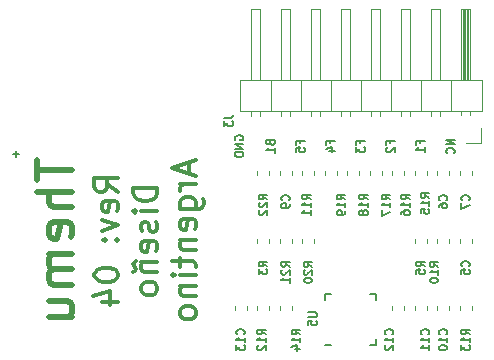
<source format=gbr>
%TF.GenerationSoftware,KiCad,Pcbnew,(5.1.9)-1*%
%TF.CreationDate,2021-06-05T13:50:50-03:00*%
%TF.ProjectId,Themu-Main,5468656d-752d-44d6-9169-6e2e6b696361,02*%
%TF.SameCoordinates,Original*%
%TF.FileFunction,Legend,Bot*%
%TF.FilePolarity,Positive*%
%FSLAX46Y46*%
G04 Gerber Fmt 4.6, Leading zero omitted, Abs format (unit mm)*
G04 Created by KiCad (PCBNEW (5.1.9)-1) date 2021-06-05 13:50:50*
%MOMM*%
%LPD*%
G01*
G04 APERTURE LIST*
%ADD10C,0.500000*%
%ADD11C,0.300000*%
%ADD12C,0.152400*%
%ADD13C,0.120000*%
%ADD14C,0.150000*%
G04 APERTURE END LIST*
D10*
X50681142Y-83312857D02*
X50681142Y-85027142D01*
X53681142Y-84170000D02*
X50681142Y-84170000D01*
X53681142Y-86027142D02*
X50681142Y-86027142D01*
X53681142Y-87312857D02*
X52109714Y-87312857D01*
X51824000Y-87170000D01*
X51681142Y-86884285D01*
X51681142Y-86455714D01*
X51824000Y-86170000D01*
X51966857Y-86027142D01*
X53538285Y-89884285D02*
X53681142Y-89598571D01*
X53681142Y-89027142D01*
X53538285Y-88741428D01*
X53252571Y-88598571D01*
X52109714Y-88598571D01*
X51824000Y-88741428D01*
X51681142Y-89027142D01*
X51681142Y-89598571D01*
X51824000Y-89884285D01*
X52109714Y-90027142D01*
X52395428Y-90027142D01*
X52681142Y-88598571D01*
X53681142Y-91312857D02*
X51681142Y-91312857D01*
X51966857Y-91312857D02*
X51824000Y-91455714D01*
X51681142Y-91741428D01*
X51681142Y-92170000D01*
X51824000Y-92455714D01*
X52109714Y-92598571D01*
X53681142Y-92598571D01*
X52109714Y-92598571D02*
X51824000Y-92741428D01*
X51681142Y-93027142D01*
X51681142Y-93455714D01*
X51824000Y-93741428D01*
X52109714Y-93884285D01*
X53681142Y-93884285D01*
X51681142Y-96598571D02*
X53681142Y-96598571D01*
X51681142Y-95312857D02*
X53252571Y-95312857D01*
X53538285Y-95455714D01*
X53681142Y-95741428D01*
X53681142Y-96170000D01*
X53538285Y-96455714D01*
X53395428Y-96598571D01*
D11*
X57548761Y-86027142D02*
X56596380Y-85360476D01*
X57548761Y-84884285D02*
X55548761Y-84884285D01*
X55548761Y-85646190D01*
X55644000Y-85836666D01*
X55739238Y-85931904D01*
X55929714Y-86027142D01*
X56215428Y-86027142D01*
X56405904Y-85931904D01*
X56501142Y-85836666D01*
X56596380Y-85646190D01*
X56596380Y-84884285D01*
X57453523Y-87646190D02*
X57548761Y-87455714D01*
X57548761Y-87074761D01*
X57453523Y-86884285D01*
X57263047Y-86789047D01*
X56501142Y-86789047D01*
X56310666Y-86884285D01*
X56215428Y-87074761D01*
X56215428Y-87455714D01*
X56310666Y-87646190D01*
X56501142Y-87741428D01*
X56691619Y-87741428D01*
X56882095Y-86789047D01*
X56215428Y-88408095D02*
X57548761Y-88884285D01*
X56215428Y-89360476D01*
X57358285Y-90122380D02*
X57453523Y-90217619D01*
X57548761Y-90122380D01*
X57453523Y-90027142D01*
X57358285Y-90122380D01*
X57548761Y-90122380D01*
X56310666Y-90122380D02*
X56405904Y-90217619D01*
X56501142Y-90122380D01*
X56405904Y-90027142D01*
X56310666Y-90122380D01*
X56501142Y-90122380D01*
X55548761Y-92979523D02*
X55548761Y-93170000D01*
X55644000Y-93360476D01*
X55739238Y-93455714D01*
X55929714Y-93550952D01*
X56310666Y-93646190D01*
X56786857Y-93646190D01*
X57167809Y-93550952D01*
X57358285Y-93455714D01*
X57453523Y-93360476D01*
X57548761Y-93170000D01*
X57548761Y-92979523D01*
X57453523Y-92789047D01*
X57358285Y-92693809D01*
X57167809Y-92598571D01*
X56786857Y-92503333D01*
X56310666Y-92503333D01*
X55929714Y-92598571D01*
X55739238Y-92693809D01*
X55644000Y-92789047D01*
X55548761Y-92979523D01*
X56215428Y-95360476D02*
X57548761Y-95360476D01*
X55453523Y-94884285D02*
X56882095Y-94408095D01*
X56882095Y-95646190D01*
X60848761Y-85693809D02*
X58848761Y-85693809D01*
X58848761Y-86170000D01*
X58944000Y-86455714D01*
X59134476Y-86646190D01*
X59324952Y-86741428D01*
X59705904Y-86836666D01*
X59991619Y-86836666D01*
X60372571Y-86741428D01*
X60563047Y-86646190D01*
X60753523Y-86455714D01*
X60848761Y-86170000D01*
X60848761Y-85693809D01*
X60848761Y-87693809D02*
X59515428Y-87693809D01*
X58848761Y-87693809D02*
X58944000Y-87598571D01*
X59039238Y-87693809D01*
X58944000Y-87789047D01*
X58848761Y-87693809D01*
X59039238Y-87693809D01*
X60753523Y-88550952D02*
X60848761Y-88741428D01*
X60848761Y-89122380D01*
X60753523Y-89312857D01*
X60563047Y-89408095D01*
X60467809Y-89408095D01*
X60277333Y-89312857D01*
X60182095Y-89122380D01*
X60182095Y-88836666D01*
X60086857Y-88646190D01*
X59896380Y-88550952D01*
X59801142Y-88550952D01*
X59610666Y-88646190D01*
X59515428Y-88836666D01*
X59515428Y-89122380D01*
X59610666Y-89312857D01*
X60753523Y-91027142D02*
X60848761Y-90836666D01*
X60848761Y-90455714D01*
X60753523Y-90265238D01*
X60563047Y-90170000D01*
X59801142Y-90170000D01*
X59610666Y-90265238D01*
X59515428Y-90455714D01*
X59515428Y-90836666D01*
X59610666Y-91027142D01*
X59801142Y-91122380D01*
X59991619Y-91122380D01*
X60182095Y-90170000D01*
X59515428Y-91979523D02*
X60848761Y-91979523D01*
X59705904Y-91979523D02*
X59610666Y-92074761D01*
X59515428Y-92265238D01*
X59515428Y-92550952D01*
X59610666Y-92741428D01*
X59801142Y-92836666D01*
X60848761Y-92836666D01*
X59039238Y-91884285D02*
X58944000Y-91979523D01*
X58848761Y-92170000D01*
X59039238Y-92550952D01*
X58944000Y-92741428D01*
X58848761Y-92836666D01*
X60848761Y-94074761D02*
X60753523Y-93884285D01*
X60658285Y-93789047D01*
X60467809Y-93693809D01*
X59896380Y-93693809D01*
X59705904Y-93789047D01*
X59610666Y-93884285D01*
X59515428Y-94074761D01*
X59515428Y-94360476D01*
X59610666Y-94550952D01*
X59705904Y-94646190D01*
X59896380Y-94741428D01*
X60467809Y-94741428D01*
X60658285Y-94646190D01*
X60753523Y-94550952D01*
X60848761Y-94360476D01*
X60848761Y-94074761D01*
X63577333Y-83550952D02*
X63577333Y-84503333D01*
X64148761Y-83360476D02*
X62148761Y-84027142D01*
X64148761Y-84693809D01*
X64148761Y-85360476D02*
X62815428Y-85360476D01*
X63196380Y-85360476D02*
X63005904Y-85455714D01*
X62910666Y-85550952D01*
X62815428Y-85741428D01*
X62815428Y-85931904D01*
X62815428Y-87455714D02*
X64434476Y-87455714D01*
X64624952Y-87360476D01*
X64720190Y-87265238D01*
X64815428Y-87074761D01*
X64815428Y-86789047D01*
X64720190Y-86598571D01*
X64053523Y-87455714D02*
X64148761Y-87265238D01*
X64148761Y-86884285D01*
X64053523Y-86693809D01*
X63958285Y-86598571D01*
X63767809Y-86503333D01*
X63196380Y-86503333D01*
X63005904Y-86598571D01*
X62910666Y-86693809D01*
X62815428Y-86884285D01*
X62815428Y-87265238D01*
X62910666Y-87455714D01*
X64053523Y-89170000D02*
X64148761Y-88979523D01*
X64148761Y-88598571D01*
X64053523Y-88408095D01*
X63863047Y-88312857D01*
X63101142Y-88312857D01*
X62910666Y-88408095D01*
X62815428Y-88598571D01*
X62815428Y-88979523D01*
X62910666Y-89170000D01*
X63101142Y-89265238D01*
X63291619Y-89265238D01*
X63482095Y-88312857D01*
X62815428Y-90122380D02*
X64148761Y-90122380D01*
X63005904Y-90122380D02*
X62910666Y-90217619D01*
X62815428Y-90408095D01*
X62815428Y-90693809D01*
X62910666Y-90884285D01*
X63101142Y-90979523D01*
X64148761Y-90979523D01*
X62815428Y-91646190D02*
X62815428Y-92408095D01*
X62148761Y-91931904D02*
X63863047Y-91931904D01*
X64053523Y-92027142D01*
X64148761Y-92217619D01*
X64148761Y-92408095D01*
X64148761Y-93074761D02*
X62815428Y-93074761D01*
X62148761Y-93074761D02*
X62244000Y-92979523D01*
X62339238Y-93074761D01*
X62244000Y-93170000D01*
X62148761Y-93074761D01*
X62339238Y-93074761D01*
X62815428Y-94027142D02*
X64148761Y-94027142D01*
X63005904Y-94027142D02*
X62910666Y-94122380D01*
X62815428Y-94312857D01*
X62815428Y-94598571D01*
X62910666Y-94789047D01*
X63101142Y-94884285D01*
X64148761Y-94884285D01*
X64148761Y-96122380D02*
X64053523Y-95931904D01*
X63958285Y-95836666D01*
X63767809Y-95741428D01*
X63196380Y-95741428D01*
X63005904Y-95836666D01*
X62910666Y-95931904D01*
X62815428Y-96122380D01*
X62815428Y-96408095D01*
X62910666Y-96598571D01*
X63005904Y-96693809D01*
X63196380Y-96789047D01*
X63767809Y-96789047D01*
X63958285Y-96693809D01*
X64053523Y-96598571D01*
X64148761Y-96408095D01*
X64148761Y-96122380D01*
D12*
X49161666Y-82854000D02*
X48628333Y-82854000D01*
X48895000Y-83120666D02*
X48895000Y-82587333D01*
X86041666Y-81619000D02*
X85341666Y-81619000D01*
X86041666Y-82019000D01*
X85341666Y-82019000D01*
X85975000Y-82752333D02*
X86008333Y-82719000D01*
X86041666Y-82619000D01*
X86041666Y-82552333D01*
X86008333Y-82452333D01*
X85941666Y-82385666D01*
X85875000Y-82352333D01*
X85741666Y-82319000D01*
X85641666Y-82319000D01*
X85508333Y-82352333D01*
X85441666Y-82385666D01*
X85375000Y-82452333D01*
X85341666Y-82552333D01*
X85341666Y-82619000D01*
X85375000Y-82719000D01*
X85408333Y-82752333D01*
X70435000Y-81885666D02*
X70468333Y-81985666D01*
X70501666Y-82019000D01*
X70568333Y-82052333D01*
X70668333Y-82052333D01*
X70735000Y-82019000D01*
X70768333Y-81985666D01*
X70801666Y-81919000D01*
X70801666Y-81652333D01*
X70101666Y-81652333D01*
X70101666Y-81885666D01*
X70135000Y-81952333D01*
X70168333Y-81985666D01*
X70235000Y-82019000D01*
X70301666Y-82019000D01*
X70368333Y-81985666D01*
X70401666Y-81952333D01*
X70435000Y-81885666D01*
X70435000Y-81652333D01*
X70801666Y-82719000D02*
X70801666Y-82319000D01*
X70801666Y-82519000D02*
X70101666Y-82519000D01*
X70201666Y-82452333D01*
X70268333Y-82385666D01*
X70301666Y-82319000D01*
X72975000Y-81935666D02*
X72975000Y-81702333D01*
X73341666Y-81702333D02*
X72641666Y-81702333D01*
X72641666Y-82035666D01*
X72641666Y-82635666D02*
X72641666Y-82302333D01*
X72975000Y-82269000D01*
X72941666Y-82302333D01*
X72908333Y-82369000D01*
X72908333Y-82535666D01*
X72941666Y-82602333D01*
X72975000Y-82635666D01*
X73041666Y-82669000D01*
X73208333Y-82669000D01*
X73275000Y-82635666D01*
X73308333Y-82602333D01*
X73341666Y-82535666D01*
X73341666Y-82369000D01*
X73308333Y-82302333D01*
X73275000Y-82269000D01*
X75515000Y-81935666D02*
X75515000Y-81702333D01*
X75881666Y-81702333D02*
X75181666Y-81702333D01*
X75181666Y-82035666D01*
X75415000Y-82602333D02*
X75881666Y-82602333D01*
X75148333Y-82435666D02*
X75648333Y-82269000D01*
X75648333Y-82702333D01*
X78055000Y-81935666D02*
X78055000Y-81702333D01*
X78421666Y-81702333D02*
X77721666Y-81702333D01*
X77721666Y-82035666D01*
X77721666Y-82235666D02*
X77721666Y-82669000D01*
X77988333Y-82435666D01*
X77988333Y-82535666D01*
X78021666Y-82602333D01*
X78055000Y-82635666D01*
X78121666Y-82669000D01*
X78288333Y-82669000D01*
X78355000Y-82635666D01*
X78388333Y-82602333D01*
X78421666Y-82535666D01*
X78421666Y-82335666D01*
X78388333Y-82269000D01*
X78355000Y-82235666D01*
X80595000Y-81935666D02*
X80595000Y-81702333D01*
X80961666Y-81702333D02*
X80261666Y-81702333D01*
X80261666Y-82035666D01*
X80328333Y-82269000D02*
X80295000Y-82302333D01*
X80261666Y-82369000D01*
X80261666Y-82535666D01*
X80295000Y-82602333D01*
X80328333Y-82635666D01*
X80395000Y-82669000D01*
X80461666Y-82669000D01*
X80561666Y-82635666D01*
X80961666Y-82235666D01*
X80961666Y-82669000D01*
X83135000Y-81935666D02*
X83135000Y-81702333D01*
X83501666Y-81702333D02*
X82801666Y-81702333D01*
X82801666Y-82035666D01*
X83501666Y-82669000D02*
X83501666Y-82269000D01*
X83501666Y-82469000D02*
X82801666Y-82469000D01*
X82901666Y-82402333D01*
X82968333Y-82335666D01*
X83001666Y-82269000D01*
X67468000Y-81635666D02*
X67434666Y-81569000D01*
X67434666Y-81469000D01*
X67468000Y-81369000D01*
X67534666Y-81302333D01*
X67601333Y-81269000D01*
X67734666Y-81235666D01*
X67834666Y-81235666D01*
X67968000Y-81269000D01*
X68034666Y-81302333D01*
X68101333Y-81369000D01*
X68134666Y-81469000D01*
X68134666Y-81535666D01*
X68101333Y-81635666D01*
X68068000Y-81669000D01*
X67834666Y-81669000D01*
X67834666Y-81535666D01*
X68134666Y-81969000D02*
X67434666Y-81969000D01*
X68134666Y-82369000D01*
X67434666Y-82369000D01*
X68134666Y-82702333D02*
X67434666Y-82702333D01*
X67434666Y-82869000D01*
X67468000Y-82969000D01*
X67534666Y-83035666D01*
X67601333Y-83069000D01*
X67734666Y-83102333D01*
X67834666Y-83102333D01*
X67968000Y-83069000D01*
X68034666Y-83035666D01*
X68101333Y-82969000D01*
X68134666Y-82869000D01*
X68134666Y-82702333D01*
D13*
%TO.C,R21*%
X72265000Y-89998733D02*
X72265000Y-90341267D01*
X71245000Y-89998733D02*
X71245000Y-90341267D01*
%TO.C,R20*%
X74170000Y-89998733D02*
X74170000Y-90341267D01*
X73150000Y-89998733D02*
X73150000Y-90341267D01*
%TO.C,R3*%
X70360000Y-89998733D02*
X70360000Y-90341267D01*
X69340000Y-89998733D02*
X69340000Y-90341267D01*
%TO.C,C5*%
X86485000Y-89998733D02*
X86485000Y-90341267D01*
X87505000Y-89998733D02*
X87505000Y-90341267D01*
%TO.C,C6*%
X85600000Y-84626267D02*
X85600000Y-84283733D01*
X84580000Y-84626267D02*
X84580000Y-84283733D01*
%TO.C,C7*%
X86485000Y-84626267D02*
X86485000Y-84283733D01*
X87505000Y-84626267D02*
X87505000Y-84283733D01*
%TO.C,C9*%
X72265000Y-84626267D02*
X72265000Y-84283733D01*
X71245000Y-84626267D02*
X71245000Y-84283733D01*
%TO.C,C10*%
X85600000Y-95713733D02*
X85600000Y-96056267D01*
X84580000Y-95713733D02*
X84580000Y-96056267D01*
%TO.C,C11*%
X82675000Y-95713733D02*
X82675000Y-96056267D01*
X83695000Y-95713733D02*
X83695000Y-96056267D01*
%TO.C,C12*%
X81790000Y-95713733D02*
X81790000Y-96056267D01*
X80770000Y-95713733D02*
X80770000Y-96056267D01*
%TO.C,C13*%
X67435000Y-96056267D02*
X67435000Y-95713733D01*
X68455000Y-96056267D02*
X68455000Y-95713733D01*
%TO.C,J3*%
X88325000Y-79205000D02*
X67885000Y-79205000D01*
X67885000Y-79205000D02*
X67885000Y-76545000D01*
X67885000Y-76545000D02*
X88325000Y-76545000D01*
X88325000Y-76545000D02*
X88325000Y-79205000D01*
X87375000Y-76545000D02*
X87375000Y-70545000D01*
X87375000Y-70545000D02*
X86615000Y-70545000D01*
X86615000Y-70545000D02*
X86615000Y-76545000D01*
X87315000Y-76545000D02*
X87315000Y-70545000D01*
X87195000Y-76545000D02*
X87195000Y-70545000D01*
X87075000Y-76545000D02*
X87075000Y-70545000D01*
X86955000Y-76545000D02*
X86955000Y-70545000D01*
X86835000Y-76545000D02*
X86835000Y-70545000D01*
X86715000Y-76545000D02*
X86715000Y-70545000D01*
X87375000Y-79535000D02*
X87375000Y-79205000D01*
X86615000Y-79535000D02*
X86615000Y-79205000D01*
X85725000Y-79205000D02*
X85725000Y-76545000D01*
X84835000Y-76545000D02*
X84835000Y-70545000D01*
X84835000Y-70545000D02*
X84075000Y-70545000D01*
X84075000Y-70545000D02*
X84075000Y-76545000D01*
X84835000Y-79602071D02*
X84835000Y-79205000D01*
X84075000Y-79602071D02*
X84075000Y-79205000D01*
X83185000Y-79205000D02*
X83185000Y-76545000D01*
X82295000Y-76545000D02*
X82295000Y-70545000D01*
X82295000Y-70545000D02*
X81535000Y-70545000D01*
X81535000Y-70545000D02*
X81535000Y-76545000D01*
X82295000Y-79602071D02*
X82295000Y-79205000D01*
X81535000Y-79602071D02*
X81535000Y-79205000D01*
X80645000Y-79205000D02*
X80645000Y-76545000D01*
X79755000Y-76545000D02*
X79755000Y-70545000D01*
X79755000Y-70545000D02*
X78995000Y-70545000D01*
X78995000Y-70545000D02*
X78995000Y-76545000D01*
X79755000Y-79602071D02*
X79755000Y-79205000D01*
X78995000Y-79602071D02*
X78995000Y-79205000D01*
X78105000Y-79205000D02*
X78105000Y-76545000D01*
X77215000Y-76545000D02*
X77215000Y-70545000D01*
X77215000Y-70545000D02*
X76455000Y-70545000D01*
X76455000Y-70545000D02*
X76455000Y-76545000D01*
X77215000Y-79602071D02*
X77215000Y-79205000D01*
X76455000Y-79602071D02*
X76455000Y-79205000D01*
X75565000Y-79205000D02*
X75565000Y-76545000D01*
X74675000Y-76545000D02*
X74675000Y-70545000D01*
X74675000Y-70545000D02*
X73915000Y-70545000D01*
X73915000Y-70545000D02*
X73915000Y-76545000D01*
X74675000Y-79602071D02*
X74675000Y-79205000D01*
X73915000Y-79602071D02*
X73915000Y-79205000D01*
X73025000Y-79205000D02*
X73025000Y-76545000D01*
X72135000Y-76545000D02*
X72135000Y-70545000D01*
X72135000Y-70545000D02*
X71375000Y-70545000D01*
X71375000Y-70545000D02*
X71375000Y-76545000D01*
X72135000Y-79602071D02*
X72135000Y-79205000D01*
X71375000Y-79602071D02*
X71375000Y-79205000D01*
X70485000Y-79205000D02*
X70485000Y-76545000D01*
X69595000Y-76545000D02*
X69595000Y-70545000D01*
X69595000Y-70545000D02*
X68835000Y-70545000D01*
X68835000Y-70545000D02*
X68835000Y-76545000D01*
X69595000Y-79602071D02*
X69595000Y-79205000D01*
X68835000Y-79602071D02*
X68835000Y-79205000D01*
X86995000Y-81915000D02*
X88265000Y-81915000D01*
X88265000Y-81915000D02*
X88265000Y-80645000D01*
%TO.C,R5*%
X82675000Y-89998733D02*
X82675000Y-90341267D01*
X83695000Y-89998733D02*
X83695000Y-90341267D01*
%TO.C,R10*%
X85600000Y-90341267D02*
X85600000Y-89998733D01*
X84580000Y-90341267D02*
X84580000Y-89998733D01*
%TO.C,R11*%
X73150000Y-84283733D02*
X73150000Y-84626267D01*
X74170000Y-84283733D02*
X74170000Y-84626267D01*
%TO.C,R12*%
X69340000Y-95713733D02*
X69340000Y-96056267D01*
X70360000Y-95713733D02*
X70360000Y-96056267D01*
%TO.C,R13*%
X87505000Y-95713733D02*
X87505000Y-96056267D01*
X86485000Y-95713733D02*
X86485000Y-96056267D01*
%TO.C,R14*%
X72265000Y-95713733D02*
X72265000Y-96056267D01*
X71245000Y-95713733D02*
X71245000Y-96056267D01*
%TO.C,R15*%
X83695000Y-84283733D02*
X83695000Y-84626267D01*
X82675000Y-84283733D02*
X82675000Y-84626267D01*
%TO.C,R16*%
X80770000Y-84283733D02*
X80770000Y-84626267D01*
X81790000Y-84283733D02*
X81790000Y-84626267D01*
%TO.C,R17*%
X79885000Y-84283733D02*
X79885000Y-84626267D01*
X78865000Y-84283733D02*
X78865000Y-84626267D01*
%TO.C,R18*%
X76960000Y-84283733D02*
X76960000Y-84626267D01*
X77980000Y-84283733D02*
X77980000Y-84626267D01*
%TO.C,R19*%
X76075000Y-84283733D02*
X76075000Y-84626267D01*
X75055000Y-84283733D02*
X75055000Y-84626267D01*
D14*
%TO.C,U5*%
X79366000Y-98987500D02*
X78841000Y-98987500D01*
X79366000Y-94687500D02*
X78841000Y-94687500D01*
X75066000Y-94687500D02*
X75591000Y-94687500D01*
X75066000Y-98987500D02*
X75591000Y-98987500D01*
X79366000Y-94687500D02*
X79366000Y-95212500D01*
X75066000Y-94687500D02*
X75066000Y-95212500D01*
X79366000Y-98987500D02*
X79366000Y-98462500D01*
D13*
%TO.C,R22*%
X69340000Y-84283733D02*
X69340000Y-84626267D01*
X70360000Y-84283733D02*
X70360000Y-84626267D01*
%TO.C,R21*%
D12*
X72071666Y-92387000D02*
X71738333Y-92153666D01*
X72071666Y-91987000D02*
X71371666Y-91987000D01*
X71371666Y-92253666D01*
X71405000Y-92320333D01*
X71438333Y-92353666D01*
X71505000Y-92387000D01*
X71605000Y-92387000D01*
X71671666Y-92353666D01*
X71705000Y-92320333D01*
X71738333Y-92253666D01*
X71738333Y-91987000D01*
X71438333Y-92653666D02*
X71405000Y-92687000D01*
X71371666Y-92753666D01*
X71371666Y-92920333D01*
X71405000Y-92987000D01*
X71438333Y-93020333D01*
X71505000Y-93053666D01*
X71571666Y-93053666D01*
X71671666Y-93020333D01*
X72071666Y-92620333D01*
X72071666Y-93053666D01*
X72071666Y-93720333D02*
X72071666Y-93320333D01*
X72071666Y-93520333D02*
X71371666Y-93520333D01*
X71471666Y-93453666D01*
X71538333Y-93387000D01*
X71571666Y-93320333D01*
%TO.C,R20*%
X73976666Y-92387000D02*
X73643333Y-92153666D01*
X73976666Y-91987000D02*
X73276666Y-91987000D01*
X73276666Y-92253666D01*
X73310000Y-92320333D01*
X73343333Y-92353666D01*
X73410000Y-92387000D01*
X73510000Y-92387000D01*
X73576666Y-92353666D01*
X73610000Y-92320333D01*
X73643333Y-92253666D01*
X73643333Y-91987000D01*
X73343333Y-92653666D02*
X73310000Y-92687000D01*
X73276666Y-92753666D01*
X73276666Y-92920333D01*
X73310000Y-92987000D01*
X73343333Y-93020333D01*
X73410000Y-93053666D01*
X73476666Y-93053666D01*
X73576666Y-93020333D01*
X73976666Y-92620333D01*
X73976666Y-93053666D01*
X73276666Y-93487000D02*
X73276666Y-93553666D01*
X73310000Y-93620333D01*
X73343333Y-93653666D01*
X73410000Y-93687000D01*
X73543333Y-93720333D01*
X73710000Y-93720333D01*
X73843333Y-93687000D01*
X73910000Y-93653666D01*
X73943333Y-93620333D01*
X73976666Y-93553666D01*
X73976666Y-93487000D01*
X73943333Y-93420333D01*
X73910000Y-93387000D01*
X73843333Y-93353666D01*
X73710000Y-93320333D01*
X73543333Y-93320333D01*
X73410000Y-93353666D01*
X73343333Y-93387000D01*
X73310000Y-93420333D01*
X73276666Y-93487000D01*
%TO.C,R3*%
X70166666Y-92339333D02*
X69833333Y-92106000D01*
X70166666Y-91939333D02*
X69466666Y-91939333D01*
X69466666Y-92206000D01*
X69500000Y-92272666D01*
X69533333Y-92306000D01*
X69600000Y-92339333D01*
X69700000Y-92339333D01*
X69766666Y-92306000D01*
X69800000Y-92272666D01*
X69833333Y-92206000D01*
X69833333Y-91939333D01*
X69466666Y-92572666D02*
X69466666Y-93006000D01*
X69733333Y-92772666D01*
X69733333Y-92872666D01*
X69766666Y-92939333D01*
X69800000Y-92972666D01*
X69866666Y-93006000D01*
X70033333Y-93006000D01*
X70100000Y-92972666D01*
X70133333Y-92939333D01*
X70166666Y-92872666D01*
X70166666Y-92672666D01*
X70133333Y-92606000D01*
X70100000Y-92572666D01*
%TO.C,C5*%
X87245000Y-92339333D02*
X87278333Y-92306000D01*
X87311666Y-92206000D01*
X87311666Y-92139333D01*
X87278333Y-92039333D01*
X87211666Y-91972666D01*
X87145000Y-91939333D01*
X87011666Y-91906000D01*
X86911666Y-91906000D01*
X86778333Y-91939333D01*
X86711666Y-91972666D01*
X86645000Y-92039333D01*
X86611666Y-92139333D01*
X86611666Y-92206000D01*
X86645000Y-92306000D01*
X86678333Y-92339333D01*
X86611666Y-92972666D02*
X86611666Y-92639333D01*
X86945000Y-92606000D01*
X86911666Y-92639333D01*
X86878333Y-92706000D01*
X86878333Y-92872666D01*
X86911666Y-92939333D01*
X86945000Y-92972666D01*
X87011666Y-93006000D01*
X87178333Y-93006000D01*
X87245000Y-92972666D01*
X87278333Y-92939333D01*
X87311666Y-92872666D01*
X87311666Y-92706000D01*
X87278333Y-92639333D01*
X87245000Y-92606000D01*
%TO.C,C6*%
X85340000Y-86751333D02*
X85373333Y-86718000D01*
X85406666Y-86618000D01*
X85406666Y-86551333D01*
X85373333Y-86451333D01*
X85306666Y-86384666D01*
X85240000Y-86351333D01*
X85106666Y-86318000D01*
X85006666Y-86318000D01*
X84873333Y-86351333D01*
X84806666Y-86384666D01*
X84740000Y-86451333D01*
X84706666Y-86551333D01*
X84706666Y-86618000D01*
X84740000Y-86718000D01*
X84773333Y-86751333D01*
X84706666Y-87351333D02*
X84706666Y-87218000D01*
X84740000Y-87151333D01*
X84773333Y-87118000D01*
X84873333Y-87051333D01*
X85006666Y-87018000D01*
X85273333Y-87018000D01*
X85340000Y-87051333D01*
X85373333Y-87084666D01*
X85406666Y-87151333D01*
X85406666Y-87284666D01*
X85373333Y-87351333D01*
X85340000Y-87384666D01*
X85273333Y-87418000D01*
X85106666Y-87418000D01*
X85040000Y-87384666D01*
X85006666Y-87351333D01*
X84973333Y-87284666D01*
X84973333Y-87151333D01*
X85006666Y-87084666D01*
X85040000Y-87051333D01*
X85106666Y-87018000D01*
%TO.C,C7*%
X87245000Y-86751333D02*
X87278333Y-86718000D01*
X87311666Y-86618000D01*
X87311666Y-86551333D01*
X87278333Y-86451333D01*
X87211666Y-86384666D01*
X87145000Y-86351333D01*
X87011666Y-86318000D01*
X86911666Y-86318000D01*
X86778333Y-86351333D01*
X86711666Y-86384666D01*
X86645000Y-86451333D01*
X86611666Y-86551333D01*
X86611666Y-86618000D01*
X86645000Y-86718000D01*
X86678333Y-86751333D01*
X86611666Y-86984666D02*
X86611666Y-87451333D01*
X87311666Y-87151333D01*
%TO.C,C9*%
X72005000Y-86751333D02*
X72038333Y-86718000D01*
X72071666Y-86618000D01*
X72071666Y-86551333D01*
X72038333Y-86451333D01*
X71971666Y-86384666D01*
X71905000Y-86351333D01*
X71771666Y-86318000D01*
X71671666Y-86318000D01*
X71538333Y-86351333D01*
X71471666Y-86384666D01*
X71405000Y-86451333D01*
X71371666Y-86551333D01*
X71371666Y-86618000D01*
X71405000Y-86718000D01*
X71438333Y-86751333D01*
X72071666Y-87084666D02*
X72071666Y-87218000D01*
X72038333Y-87284666D01*
X72005000Y-87318000D01*
X71905000Y-87384666D01*
X71771666Y-87418000D01*
X71505000Y-87418000D01*
X71438333Y-87384666D01*
X71405000Y-87351333D01*
X71371666Y-87284666D01*
X71371666Y-87151333D01*
X71405000Y-87084666D01*
X71438333Y-87051333D01*
X71505000Y-87018000D01*
X71671666Y-87018000D01*
X71738333Y-87051333D01*
X71771666Y-87084666D01*
X71805000Y-87151333D01*
X71805000Y-87284666D01*
X71771666Y-87351333D01*
X71738333Y-87384666D01*
X71671666Y-87418000D01*
%TO.C,C10*%
X85340000Y-98102000D02*
X85373333Y-98068666D01*
X85406666Y-97968666D01*
X85406666Y-97902000D01*
X85373333Y-97802000D01*
X85306666Y-97735333D01*
X85240000Y-97702000D01*
X85106666Y-97668666D01*
X85006666Y-97668666D01*
X84873333Y-97702000D01*
X84806666Y-97735333D01*
X84740000Y-97802000D01*
X84706666Y-97902000D01*
X84706666Y-97968666D01*
X84740000Y-98068666D01*
X84773333Y-98102000D01*
X85406666Y-98768666D02*
X85406666Y-98368666D01*
X85406666Y-98568666D02*
X84706666Y-98568666D01*
X84806666Y-98502000D01*
X84873333Y-98435333D01*
X84906666Y-98368666D01*
X84706666Y-99202000D02*
X84706666Y-99268666D01*
X84740000Y-99335333D01*
X84773333Y-99368666D01*
X84840000Y-99402000D01*
X84973333Y-99435333D01*
X85140000Y-99435333D01*
X85273333Y-99402000D01*
X85340000Y-99368666D01*
X85373333Y-99335333D01*
X85406666Y-99268666D01*
X85406666Y-99202000D01*
X85373333Y-99135333D01*
X85340000Y-99102000D01*
X85273333Y-99068666D01*
X85140000Y-99035333D01*
X84973333Y-99035333D01*
X84840000Y-99068666D01*
X84773333Y-99102000D01*
X84740000Y-99135333D01*
X84706666Y-99202000D01*
%TO.C,C11*%
X83816000Y-98102000D02*
X83849333Y-98068666D01*
X83882666Y-97968666D01*
X83882666Y-97902000D01*
X83849333Y-97802000D01*
X83782666Y-97735333D01*
X83716000Y-97702000D01*
X83582666Y-97668666D01*
X83482666Y-97668666D01*
X83349333Y-97702000D01*
X83282666Y-97735333D01*
X83216000Y-97802000D01*
X83182666Y-97902000D01*
X83182666Y-97968666D01*
X83216000Y-98068666D01*
X83249333Y-98102000D01*
X83882666Y-98768666D02*
X83882666Y-98368666D01*
X83882666Y-98568666D02*
X83182666Y-98568666D01*
X83282666Y-98502000D01*
X83349333Y-98435333D01*
X83382666Y-98368666D01*
X83882666Y-99435333D02*
X83882666Y-99035333D01*
X83882666Y-99235333D02*
X83182666Y-99235333D01*
X83282666Y-99168666D01*
X83349333Y-99102000D01*
X83382666Y-99035333D01*
%TO.C,C12*%
X80768000Y-98102000D02*
X80801333Y-98068666D01*
X80834666Y-97968666D01*
X80834666Y-97902000D01*
X80801333Y-97802000D01*
X80734666Y-97735333D01*
X80668000Y-97702000D01*
X80534666Y-97668666D01*
X80434666Y-97668666D01*
X80301333Y-97702000D01*
X80234666Y-97735333D01*
X80168000Y-97802000D01*
X80134666Y-97902000D01*
X80134666Y-97968666D01*
X80168000Y-98068666D01*
X80201333Y-98102000D01*
X80834666Y-98768666D02*
X80834666Y-98368666D01*
X80834666Y-98568666D02*
X80134666Y-98568666D01*
X80234666Y-98502000D01*
X80301333Y-98435333D01*
X80334666Y-98368666D01*
X80201333Y-99035333D02*
X80168000Y-99068666D01*
X80134666Y-99135333D01*
X80134666Y-99302000D01*
X80168000Y-99368666D01*
X80201333Y-99402000D01*
X80268000Y-99435333D01*
X80334666Y-99435333D01*
X80434666Y-99402000D01*
X80834666Y-99002000D01*
X80834666Y-99435333D01*
%TO.C,C13*%
X68195000Y-98102000D02*
X68228333Y-98068666D01*
X68261666Y-97968666D01*
X68261666Y-97902000D01*
X68228333Y-97802000D01*
X68161666Y-97735333D01*
X68095000Y-97702000D01*
X67961666Y-97668666D01*
X67861666Y-97668666D01*
X67728333Y-97702000D01*
X67661666Y-97735333D01*
X67595000Y-97802000D01*
X67561666Y-97902000D01*
X67561666Y-97968666D01*
X67595000Y-98068666D01*
X67628333Y-98102000D01*
X68261666Y-98768666D02*
X68261666Y-98368666D01*
X68261666Y-98568666D02*
X67561666Y-98568666D01*
X67661666Y-98502000D01*
X67728333Y-98435333D01*
X67761666Y-98368666D01*
X67561666Y-99002000D02*
X67561666Y-99435333D01*
X67828333Y-99202000D01*
X67828333Y-99302000D01*
X67861666Y-99368666D01*
X67895000Y-99402000D01*
X67961666Y-99435333D01*
X68128333Y-99435333D01*
X68195000Y-99402000D01*
X68228333Y-99368666D01*
X68261666Y-99302000D01*
X68261666Y-99102000D01*
X68228333Y-99035333D01*
X68195000Y-99002000D01*
%TO.C,J3*%
X66545666Y-79776666D02*
X67045666Y-79776666D01*
X67145666Y-79743333D01*
X67212333Y-79676666D01*
X67245666Y-79576666D01*
X67245666Y-79510000D01*
X66545666Y-80043333D02*
X66545666Y-80476666D01*
X66812333Y-80243333D01*
X66812333Y-80343333D01*
X66845666Y-80410000D01*
X66879000Y-80443333D01*
X66945666Y-80476666D01*
X67112333Y-80476666D01*
X67179000Y-80443333D01*
X67212333Y-80410000D01*
X67245666Y-80343333D01*
X67245666Y-80143333D01*
X67212333Y-80076666D01*
X67179000Y-80043333D01*
%TO.C,R5*%
X83501666Y-92339333D02*
X83168333Y-92106000D01*
X83501666Y-91939333D02*
X82801666Y-91939333D01*
X82801666Y-92206000D01*
X82835000Y-92272666D01*
X82868333Y-92306000D01*
X82935000Y-92339333D01*
X83035000Y-92339333D01*
X83101666Y-92306000D01*
X83135000Y-92272666D01*
X83168333Y-92206000D01*
X83168333Y-91939333D01*
X82801666Y-92972666D02*
X82801666Y-92639333D01*
X83135000Y-92606000D01*
X83101666Y-92639333D01*
X83068333Y-92706000D01*
X83068333Y-92872666D01*
X83101666Y-92939333D01*
X83135000Y-92972666D01*
X83201666Y-93006000D01*
X83368333Y-93006000D01*
X83435000Y-92972666D01*
X83468333Y-92939333D01*
X83501666Y-92872666D01*
X83501666Y-92706000D01*
X83468333Y-92639333D01*
X83435000Y-92606000D01*
%TO.C,R10*%
X84644666Y-92387000D02*
X84311333Y-92153666D01*
X84644666Y-91987000D02*
X83944666Y-91987000D01*
X83944666Y-92253666D01*
X83978000Y-92320333D01*
X84011333Y-92353666D01*
X84078000Y-92387000D01*
X84178000Y-92387000D01*
X84244666Y-92353666D01*
X84278000Y-92320333D01*
X84311333Y-92253666D01*
X84311333Y-91987000D01*
X84644666Y-93053666D02*
X84644666Y-92653666D01*
X84644666Y-92853666D02*
X83944666Y-92853666D01*
X84044666Y-92787000D01*
X84111333Y-92720333D01*
X84144666Y-92653666D01*
X83944666Y-93487000D02*
X83944666Y-93553666D01*
X83978000Y-93620333D01*
X84011333Y-93653666D01*
X84078000Y-93687000D01*
X84211333Y-93720333D01*
X84378000Y-93720333D01*
X84511333Y-93687000D01*
X84578000Y-93653666D01*
X84611333Y-93620333D01*
X84644666Y-93553666D01*
X84644666Y-93487000D01*
X84611333Y-93420333D01*
X84578000Y-93387000D01*
X84511333Y-93353666D01*
X84378000Y-93320333D01*
X84211333Y-93320333D01*
X84078000Y-93353666D01*
X84011333Y-93387000D01*
X83978000Y-93420333D01*
X83944666Y-93487000D01*
%TO.C,R11*%
X73849666Y-86672000D02*
X73516333Y-86438666D01*
X73849666Y-86272000D02*
X73149666Y-86272000D01*
X73149666Y-86538666D01*
X73183000Y-86605333D01*
X73216333Y-86638666D01*
X73283000Y-86672000D01*
X73383000Y-86672000D01*
X73449666Y-86638666D01*
X73483000Y-86605333D01*
X73516333Y-86538666D01*
X73516333Y-86272000D01*
X73849666Y-87338666D02*
X73849666Y-86938666D01*
X73849666Y-87138666D02*
X73149666Y-87138666D01*
X73249666Y-87072000D01*
X73316333Y-87005333D01*
X73349666Y-86938666D01*
X73849666Y-88005333D02*
X73849666Y-87605333D01*
X73849666Y-87805333D02*
X73149666Y-87805333D01*
X73249666Y-87738666D01*
X73316333Y-87672000D01*
X73349666Y-87605333D01*
%TO.C,R12*%
X70039666Y-98102000D02*
X69706333Y-97868666D01*
X70039666Y-97702000D02*
X69339666Y-97702000D01*
X69339666Y-97968666D01*
X69373000Y-98035333D01*
X69406333Y-98068666D01*
X69473000Y-98102000D01*
X69573000Y-98102000D01*
X69639666Y-98068666D01*
X69673000Y-98035333D01*
X69706333Y-97968666D01*
X69706333Y-97702000D01*
X70039666Y-98768666D02*
X70039666Y-98368666D01*
X70039666Y-98568666D02*
X69339666Y-98568666D01*
X69439666Y-98502000D01*
X69506333Y-98435333D01*
X69539666Y-98368666D01*
X69406333Y-99035333D02*
X69373000Y-99068666D01*
X69339666Y-99135333D01*
X69339666Y-99302000D01*
X69373000Y-99368666D01*
X69406333Y-99402000D01*
X69473000Y-99435333D01*
X69539666Y-99435333D01*
X69639666Y-99402000D01*
X70039666Y-99002000D01*
X70039666Y-99435333D01*
%TO.C,R13*%
X87311666Y-98102000D02*
X86978333Y-97868666D01*
X87311666Y-97702000D02*
X86611666Y-97702000D01*
X86611666Y-97968666D01*
X86645000Y-98035333D01*
X86678333Y-98068666D01*
X86745000Y-98102000D01*
X86845000Y-98102000D01*
X86911666Y-98068666D01*
X86945000Y-98035333D01*
X86978333Y-97968666D01*
X86978333Y-97702000D01*
X87311666Y-98768666D02*
X87311666Y-98368666D01*
X87311666Y-98568666D02*
X86611666Y-98568666D01*
X86711666Y-98502000D01*
X86778333Y-98435333D01*
X86811666Y-98368666D01*
X86611666Y-99002000D02*
X86611666Y-99435333D01*
X86878333Y-99202000D01*
X86878333Y-99302000D01*
X86911666Y-99368666D01*
X86945000Y-99402000D01*
X87011666Y-99435333D01*
X87178333Y-99435333D01*
X87245000Y-99402000D01*
X87278333Y-99368666D01*
X87311666Y-99302000D01*
X87311666Y-99102000D01*
X87278333Y-99035333D01*
X87245000Y-99002000D01*
%TO.C,R14*%
X72960666Y-98102000D02*
X72627333Y-97868666D01*
X72960666Y-97702000D02*
X72260666Y-97702000D01*
X72260666Y-97968666D01*
X72294000Y-98035333D01*
X72327333Y-98068666D01*
X72394000Y-98102000D01*
X72494000Y-98102000D01*
X72560666Y-98068666D01*
X72594000Y-98035333D01*
X72627333Y-97968666D01*
X72627333Y-97702000D01*
X72960666Y-98768666D02*
X72960666Y-98368666D01*
X72960666Y-98568666D02*
X72260666Y-98568666D01*
X72360666Y-98502000D01*
X72427333Y-98435333D01*
X72460666Y-98368666D01*
X72494000Y-99368666D02*
X72960666Y-99368666D01*
X72227333Y-99202000D02*
X72727333Y-99035333D01*
X72727333Y-99468666D01*
%TO.C,R15*%
X83882666Y-86545000D02*
X83549333Y-86311666D01*
X83882666Y-86145000D02*
X83182666Y-86145000D01*
X83182666Y-86411666D01*
X83216000Y-86478333D01*
X83249333Y-86511666D01*
X83316000Y-86545000D01*
X83416000Y-86545000D01*
X83482666Y-86511666D01*
X83516000Y-86478333D01*
X83549333Y-86411666D01*
X83549333Y-86145000D01*
X83882666Y-87211666D02*
X83882666Y-86811666D01*
X83882666Y-87011666D02*
X83182666Y-87011666D01*
X83282666Y-86945000D01*
X83349333Y-86878333D01*
X83382666Y-86811666D01*
X83182666Y-87845000D02*
X83182666Y-87511666D01*
X83516000Y-87478333D01*
X83482666Y-87511666D01*
X83449333Y-87578333D01*
X83449333Y-87745000D01*
X83482666Y-87811666D01*
X83516000Y-87845000D01*
X83582666Y-87878333D01*
X83749333Y-87878333D01*
X83816000Y-87845000D01*
X83849333Y-87811666D01*
X83882666Y-87745000D01*
X83882666Y-87578333D01*
X83849333Y-87511666D01*
X83816000Y-87478333D01*
%TO.C,R16*%
X82231666Y-86672000D02*
X81898333Y-86438666D01*
X82231666Y-86272000D02*
X81531666Y-86272000D01*
X81531666Y-86538666D01*
X81565000Y-86605333D01*
X81598333Y-86638666D01*
X81665000Y-86672000D01*
X81765000Y-86672000D01*
X81831666Y-86638666D01*
X81865000Y-86605333D01*
X81898333Y-86538666D01*
X81898333Y-86272000D01*
X82231666Y-87338666D02*
X82231666Y-86938666D01*
X82231666Y-87138666D02*
X81531666Y-87138666D01*
X81631666Y-87072000D01*
X81698333Y-87005333D01*
X81731666Y-86938666D01*
X81531666Y-87938666D02*
X81531666Y-87805333D01*
X81565000Y-87738666D01*
X81598333Y-87705333D01*
X81698333Y-87638666D01*
X81831666Y-87605333D01*
X82098333Y-87605333D01*
X82165000Y-87638666D01*
X82198333Y-87672000D01*
X82231666Y-87738666D01*
X82231666Y-87872000D01*
X82198333Y-87938666D01*
X82165000Y-87972000D01*
X82098333Y-88005333D01*
X81931666Y-88005333D01*
X81865000Y-87972000D01*
X81831666Y-87938666D01*
X81798333Y-87872000D01*
X81798333Y-87738666D01*
X81831666Y-87672000D01*
X81865000Y-87638666D01*
X81931666Y-87605333D01*
%TO.C,R17*%
X80580666Y-86672000D02*
X80247333Y-86438666D01*
X80580666Y-86272000D02*
X79880666Y-86272000D01*
X79880666Y-86538666D01*
X79914000Y-86605333D01*
X79947333Y-86638666D01*
X80014000Y-86672000D01*
X80114000Y-86672000D01*
X80180666Y-86638666D01*
X80214000Y-86605333D01*
X80247333Y-86538666D01*
X80247333Y-86272000D01*
X80580666Y-87338666D02*
X80580666Y-86938666D01*
X80580666Y-87138666D02*
X79880666Y-87138666D01*
X79980666Y-87072000D01*
X80047333Y-87005333D01*
X80080666Y-86938666D01*
X79880666Y-87572000D02*
X79880666Y-88038666D01*
X80580666Y-87738666D01*
%TO.C,R18*%
X78675666Y-86672000D02*
X78342333Y-86438666D01*
X78675666Y-86272000D02*
X77975666Y-86272000D01*
X77975666Y-86538666D01*
X78009000Y-86605333D01*
X78042333Y-86638666D01*
X78109000Y-86672000D01*
X78209000Y-86672000D01*
X78275666Y-86638666D01*
X78309000Y-86605333D01*
X78342333Y-86538666D01*
X78342333Y-86272000D01*
X78675666Y-87338666D02*
X78675666Y-86938666D01*
X78675666Y-87138666D02*
X77975666Y-87138666D01*
X78075666Y-87072000D01*
X78142333Y-87005333D01*
X78175666Y-86938666D01*
X78275666Y-87738666D02*
X78242333Y-87672000D01*
X78209000Y-87638666D01*
X78142333Y-87605333D01*
X78109000Y-87605333D01*
X78042333Y-87638666D01*
X78009000Y-87672000D01*
X77975666Y-87738666D01*
X77975666Y-87872000D01*
X78009000Y-87938666D01*
X78042333Y-87972000D01*
X78109000Y-88005333D01*
X78142333Y-88005333D01*
X78209000Y-87972000D01*
X78242333Y-87938666D01*
X78275666Y-87872000D01*
X78275666Y-87738666D01*
X78309000Y-87672000D01*
X78342333Y-87638666D01*
X78409000Y-87605333D01*
X78542333Y-87605333D01*
X78609000Y-87638666D01*
X78642333Y-87672000D01*
X78675666Y-87738666D01*
X78675666Y-87872000D01*
X78642333Y-87938666D01*
X78609000Y-87972000D01*
X78542333Y-88005333D01*
X78409000Y-88005333D01*
X78342333Y-87972000D01*
X78309000Y-87938666D01*
X78275666Y-87872000D01*
%TO.C,R19*%
X76770666Y-86672000D02*
X76437333Y-86438666D01*
X76770666Y-86272000D02*
X76070666Y-86272000D01*
X76070666Y-86538666D01*
X76104000Y-86605333D01*
X76137333Y-86638666D01*
X76204000Y-86672000D01*
X76304000Y-86672000D01*
X76370666Y-86638666D01*
X76404000Y-86605333D01*
X76437333Y-86538666D01*
X76437333Y-86272000D01*
X76770666Y-87338666D02*
X76770666Y-86938666D01*
X76770666Y-87138666D02*
X76070666Y-87138666D01*
X76170666Y-87072000D01*
X76237333Y-87005333D01*
X76270666Y-86938666D01*
X76770666Y-87672000D02*
X76770666Y-87805333D01*
X76737333Y-87872000D01*
X76704000Y-87905333D01*
X76604000Y-87972000D01*
X76470666Y-88005333D01*
X76204000Y-88005333D01*
X76137333Y-87972000D01*
X76104000Y-87938666D01*
X76070666Y-87872000D01*
X76070666Y-87738666D01*
X76104000Y-87672000D01*
X76137333Y-87638666D01*
X76204000Y-87605333D01*
X76370666Y-87605333D01*
X76437333Y-87638666D01*
X76470666Y-87672000D01*
X76504000Y-87738666D01*
X76504000Y-87872000D01*
X76470666Y-87938666D01*
X76437333Y-87972000D01*
X76370666Y-88005333D01*
%TO.C,U5*%
X73657666Y-96240666D02*
X74224333Y-96240666D01*
X74291000Y-96274000D01*
X74324333Y-96307333D01*
X74357666Y-96374000D01*
X74357666Y-96507333D01*
X74324333Y-96574000D01*
X74291000Y-96607333D01*
X74224333Y-96640666D01*
X73657666Y-96640666D01*
X73657666Y-97307333D02*
X73657666Y-96974000D01*
X73991000Y-96940666D01*
X73957666Y-96974000D01*
X73924333Y-97040666D01*
X73924333Y-97207333D01*
X73957666Y-97274000D01*
X73991000Y-97307333D01*
X74057666Y-97340666D01*
X74224333Y-97340666D01*
X74291000Y-97307333D01*
X74324333Y-97274000D01*
X74357666Y-97207333D01*
X74357666Y-97040666D01*
X74324333Y-96974000D01*
X74291000Y-96940666D01*
%TO.C,R22*%
D14*
X70166666Y-86672000D02*
X69833333Y-86438666D01*
X70166666Y-86272000D02*
X69466666Y-86272000D01*
X69466666Y-86538666D01*
X69500000Y-86605333D01*
X69533333Y-86638666D01*
X69600000Y-86672000D01*
X69700000Y-86672000D01*
X69766666Y-86638666D01*
X69800000Y-86605333D01*
X69833333Y-86538666D01*
X69833333Y-86272000D01*
X69533333Y-86938666D02*
X69500000Y-86972000D01*
X69466666Y-87038666D01*
X69466666Y-87205333D01*
X69500000Y-87272000D01*
X69533333Y-87305333D01*
X69600000Y-87338666D01*
X69666666Y-87338666D01*
X69766666Y-87305333D01*
X70166666Y-86905333D01*
X70166666Y-87338666D01*
X69533333Y-87605333D02*
X69500000Y-87638666D01*
X69466666Y-87705333D01*
X69466666Y-87872000D01*
X69500000Y-87938666D01*
X69533333Y-87972000D01*
X69600000Y-88005333D01*
X69666666Y-88005333D01*
X69766666Y-87972000D01*
X70166666Y-87572000D01*
X70166666Y-88005333D01*
%TD*%
M02*

</source>
